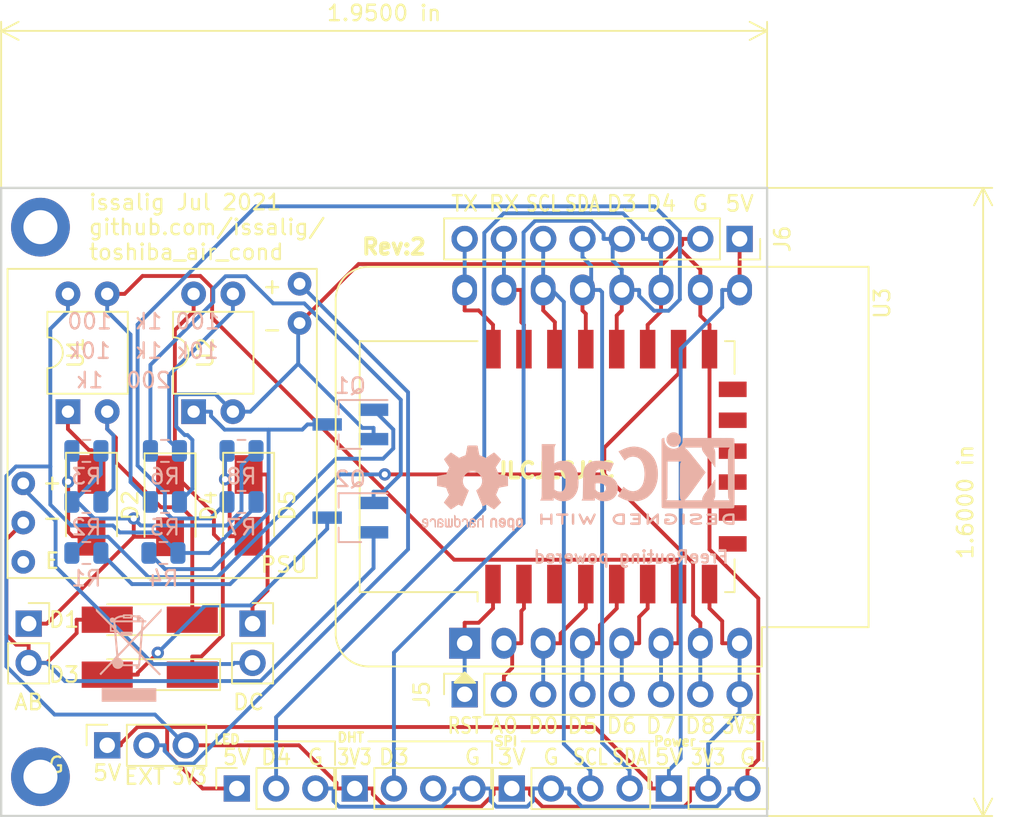
<source format=kicad_pcb>
(kicad_pcb (version 20171130) (host pcbnew 5.1.5+dfsg1-2build2)
  (layers (0 F.Cu signal) (31 B.Cu signal) (34 B.Paste user) (35 F.Paste user hide) (36 B.SilkS user) (37 F.SilkS user) (38 B.Mask user hide) (39 F.Mask user hide) (44 Edge.Cuts user))
  (net 0 "")
  (net 1 B)
  (net 2 "Net-(D1-Pad1)")
  (net 3 "Net-(D2-Pad1)")
  (net 4 "Net-(D2-Pad2)")
  (net 5 "Net-(D3-Pad1)")
  (net 6 "Net-(D3-Pad2)")
  (net 7 A)
  (net 8 "Net-(D5-Pad1)")
  (net 9 "Net-(D5-Pad2)")
  (net 10 3V3)
  (net 11 GND)
  (net 12 SCL)
  (net 13 SDA)
  (net 14 5V)
  (net 15 D3)
  (net 16 ESP_TX)
  (net 17 ESP_RX)
  (net 18 D4)
  (net 19 RST)
  (net 20 A0)
  (net 21 D0)
  (net 22 D5)
  (net 23 D6)
  (net 24 D7)
  (net 25 D8)
  (net 26 "Net-(Q1-Pad2)")
  (net 27 "Net-(Q1-Pad3)")
  (net 28 "Net-(Q2-Pad2)")
  (net 29 "Net-(R6-Pad2)")
  (net 30 "Net-(U4-Pad3)")
  (net 31 "Net-(U4-Pad11)")
  (net 32 "Net-(U4-Pad12)")
  (net 33 "Net-(U4-Pad14)")
  (net 34 "Net-(U4-Pad9)")
  (net 35 "Net-(U4-Pad10)")
  (net 36 "Net-(U4-Pad13)")
  (net 37 "Net-(J2-Pad3)")
  (net 38 "Net-(J11-Pad3)")
  (net 39 "Net-(J11-Pad1)")
  (net 40 PSU_OUT)
  (module Connector_PinSocket_2.54mm:PinSocket_1x03_P2.54mm_Vertical (layer F.Cu) (at 57.658 45.212 90)
    (fp_text reference J9 hide)
    (fp_text value 5V3V)
    (pad 3 thru_hole oval (at 0 5.08 90) (size 1.7 1.7) (drill 1) (layers *.Cu *.Mask) (net 10 3V3))
    (pad 2 thru_hole oval (at 0 2.54 90) (size 1.7 1.7) (drill 1) (layers *.Cu *.Mask) (net 40 PSU_OUT))
    (pad 1 thru_hole rect (at 0 0 90) (size 1.7 1.7) (drill 1) (layers *.Cu *.Mask) (net 14 5V))
  )
  (module airpcb_smd:HW-108 (layer F.Cu) (at 61.214 24.384)
    (fp_text reference J11 hide)
    (fp_text value PSU (at 7.874 9.144) (layer F.SilkS))
    (pad 5 thru_hole circle (at 8.8824 -6.4948) (size 1.524 1.524) (drill 0.762) (layers *.Cu *.Mask) (net 11 GND))
    (pad 4 thru_hole circle (at 8.8824 -9.0348) (size 1.524 1.524) (drill 0.762) (layers *.Cu *.Mask) (net 40 PSU_OUT))
    (pad 3 thru_hole circle (at -8.984 3.8786) (size 1.524 1.524) (drill 0.762) (layers *.Cu *.Mask) (net 38 "Net-(J11-Pad3)"))
    (pad 2 thru_hole circle (at -8.984 6.4186) (size 1.524 1.524) (drill 0.762) (layers *.Cu *.Mask) (net 1 B))
    (pad 1 thru_hole circle (at -8.984 8.9586) (size 1.524 1.524) (drill 0.762) (layers *.Cu *.Mask) (net 39 "Net-(J11-Pad1)"))
  )
  (module MountingHole:MountingHole_2.2mm_M2_DIN965_Pad (layer F.Cu) (at 53.34 11.684 90)
    (fp_text reference M1 hide)
    (fp_text value "")
    (pad 1 thru_hole circle (at 0 0 90) (size 3.8 3.8) (drill 2.2) (layers *.Cu *.Mask))
  )
  (module Symbol:KiCad-Logo2_5mm_SilkScreen (layer B.Cu) (at 91.948 27.94 180)
    (fp_text reference L1 hide)
    (fp_text value KiCad-Logo2_5mm_SilkScreen hide)
  )
  (module Connector_PinSocket_2.54mm:PinSocket_1x08_P2.54mm_Vertical (layer F.Cu) (at 98.552 12.446 270)
    (fp_text reference J6 (at 0 -2.77 90) (layer F.SilkS))
    (fp_text value Conn_01x08)
    (pad 8 thru_hole oval (at 0 17.78 270) (size 1.7 1.7) (drill 1) (layers *.Cu *.Mask) (net 16 ESP_TX))
    (pad 7 thru_hole oval (at 0 15.24 270) (size 1.7 1.7) (drill 1) (layers *.Cu *.Mask) (net 17 ESP_RX))
    (pad 6 thru_hole oval (at 0 12.7 270) (size 1.7 1.7) (drill 1) (layers *.Cu *.Mask) (net 12 SCL))
    (pad 5 thru_hole oval (at 0 10.16 270) (size 1.7 1.7) (drill 1) (layers *.Cu *.Mask) (net 13 SDA))
    (pad 4 thru_hole oval (at 0 7.62 270) (size 1.7 1.7) (drill 1) (layers *.Cu *.Mask) (net 15 D3))
    (pad 3 thru_hole oval (at 0 5.08 270) (size 1.7 1.7) (drill 1) (layers *.Cu *.Mask) (net 18 D4))
    (pad 2 thru_hole oval (at 0 2.54 270) (size 1.7 1.7) (drill 1) (layers *.Cu *.Mask) (net 11 GND))
    (pad 1 thru_hole rect (at 0 0 270) (size 1.7 1.7) (drill 1) (layers *.Cu *.Mask) (net 14 5V))
  )
  (module Connector_PinSocket_2.54mm:PinSocket_1x08_P2.54mm_Vertical (layer F.Cu) (at 80.772 41.91 90)
    (fp_text reference J5 (at 0 -2.77 90) (layer F.SilkS))
    (fp_text value Conn_01x08)
    (pad 8 thru_hole oval (at 0 17.78 90) (size 1.7 1.7) (drill 1) (layers *.Cu *.Mask) (net 10 3V3))
    (pad 7 thru_hole oval (at 0 15.24 90) (size 1.7 1.7) (drill 1) (layers *.Cu *.Mask) (net 25 D8))
    (pad 6 thru_hole oval (at 0 12.7 90) (size 1.7 1.7) (drill 1) (layers *.Cu *.Mask) (net 24 D7))
    (pad 5 thru_hole oval (at 0 10.16 90) (size 1.7 1.7) (drill 1) (layers *.Cu *.Mask) (net 23 D6))
    (pad 4 thru_hole oval (at 0 7.62 90) (size 1.7 1.7) (drill 1) (layers *.Cu *.Mask) (net 22 D5))
    (pad 3 thru_hole oval (at 0 5.08 90) (size 1.7 1.7) (drill 1) (layers *.Cu *.Mask) (net 21 D0))
    (pad 2 thru_hole oval (at 0 2.54 90) (size 1.7 1.7) (drill 1) (layers *.Cu *.Mask) (net 20 A0))
    (pad 1 thru_hole rect (at 0 0 90) (size 1.7 1.7) (drill 1) (layers *.Cu *.Mask) (net 19 RST))
  )
  (module airpcb_smd:SOT-23_Reverse_Handsoldering (layer B.Cu) (at 73.382 30.48 180)
    (fp_text reference Q2 (at 0 2.5) (layer B.SilkS) (effects (justify mirror)))
    (fp_text value PN2222A)
    (pad 3 smd rect (at 1.5 0 180) (size 1.9 0.8) (layers B.Cu B.Paste B.Mask) (net 6 "Net-(D3-Pad2)"))
    (pad 1 smd rect (at -1.5 -0.95 180) (size 1.9 0.8) (layers B.Cu B.Paste B.Mask) (net 1 B))
    (pad 2 smd rect (at -1.5 0.95 180) (size 1.9 0.8) (layers B.Cu B.Paste B.Mask) (net 28 "Net-(Q2-Pad2)"))
  )
  (module airpcb_smd:SOT-23_Reverse_Handsoldering (layer B.Cu) (at 73.382 24.45 180)
    (fp_text reference Q1 (at 0 2.5) (layer B.SilkS) (effects (justify mirror)))
    (fp_text value PN2222A)
    (pad 3 smd rect (at 1.5 0 180) (size 1.9 0.8) (layers B.Cu B.Paste B.Mask) (net 27 "Net-(Q1-Pad3)"))
    (pad 1 smd rect (at -1.5 -0.95 180) (size 1.9 0.8) (layers B.Cu B.Paste B.Mask) (net 11 GND))
    (pad 2 smd rect (at -1.5 0.95 180) (size 1.9 0.8) (layers B.Cu B.Paste B.Mask) (net 26 "Net-(Q1-Pad2)"))
  )
  (module MountingHole:MountingHole_2.2mm_M2_DIN965_Pad (layer F.Cu) (at 53.34 47.244 90)
    (fp_text reference M2 hide)
    (fp_text value "")
    (pad 1 thru_hole circle (at 0 0 90) (size 3.8 3.8) (drill 2.2) (layers *.Cu *.Mask))
  )
  (module Symbol:OSHW-Logo2_7.3x6mm_SilkScreen (layer B.Cu) (at 81.28 28.575 180)
    (fp_text reference L2 hide)
    (fp_text value OSHW-Logo2_7.3x6mm_SilkScreen hide)
  )
  (module Symbol:WEEE-Logo_4.2x6mm_SilkScreen (layer B.Cu) (at 59.055 39.37 180)
    (fp_text reference L3 hide)
    (fp_text value WEEE-Logo_4.2x6mm_SilkScreen hide)
  )
  (module Module:WEMOS_D1_mini_light (layer F.Cu) (at 80.772 38.608 90)
    (fp_text reference U3 (at 22 27 90) (layer F.SilkS))
    (fp_text value WeMos_D1_mini)
    (pad 16 thru_hole oval (at 22.86 0 90) (size 2 1.6) (drill 1) (layers *.Cu *.Mask) (net 16 ESP_TX))
    (pad 15 thru_hole oval (at 22.86 2.54 90) (size 2 1.6) (drill 1) (layers *.Cu *.Mask) (net 17 ESP_RX))
    (pad 14 thru_hole oval (at 22.86 5.08 90) (size 2 1.6) (drill 1) (layers *.Cu *.Mask) (net 12 SCL))
    (pad 13 thru_hole oval (at 22.86 7.62 90) (size 2 1.6) (drill 1) (layers *.Cu *.Mask) (net 13 SDA))
    (pad 12 thru_hole oval (at 22.86 10.16 90) (size 2 1.6) (drill 1) (layers *.Cu *.Mask) (net 15 D3))
    (pad 11 thru_hole oval (at 22.86 12.7 90) (size 2 1.6) (drill 1) (layers *.Cu *.Mask) (net 18 D4))
    (pad 10 thru_hole oval (at 22.86 15.24 90) (size 2 1.6) (drill 1) (layers *.Cu *.Mask) (net 11 GND))
    (pad 9 thru_hole oval (at 22.86 17.78 90) (size 2 1.6) (drill 1) (layers *.Cu *.Mask) (net 14 5V))
    (pad 8 thru_hole oval (at 0 17.78 90) (size 2 1.6) (drill 1) (layers *.Cu *.Mask) (net 10 3V3))
    (pad 7 thru_hole oval (at 0 15.24 90) (size 2 1.6) (drill 1) (layers *.Cu *.Mask) (net 25 D8))
    (pad 6 thru_hole oval (at 0 12.7 90) (size 2 1.6) (drill 1) (layers *.Cu *.Mask) (net 24 D7))
    (pad 5 thru_hole oval (at 0 10.16 90) (size 2 1.6) (drill 1) (layers *.Cu *.Mask) (net 23 D6))
    (pad 4 thru_hole oval (at 0 7.62 90) (size 2 1.6) (drill 1) (layers *.Cu *.Mask) (net 22 D5))
    (pad 3 thru_hole oval (at 0 5.08 90) (size 2 1.6) (drill 1) (layers *.Cu *.Mask) (net 21 D0))
    (pad 1 thru_hole rect (at 0 0 90) (size 2 2) (drill 1) (layers *.Cu *.Mask) (net 19 RST))
    (pad 2 thru_hole oval (at 0 2.54 90) (size 2 1.6) (drill 1) (layers *.Cu *.Mask) (net 20 A0))
  )
  (module RF_Module:ESP-12E (layer F.Cu) (at 86.106 27.178 90)
    (fp_text reference U4 hide)
    (fp_text value ESP-12E)
    (pad 22 smd rect (at 7.6 -3.5 90) (size 2.5 1) (layers F.Cu F.Paste F.Mask) (net 16 ESP_TX))
    (pad 21 smd rect (at 7.6 -1.5 90) (size 2.5 1) (layers F.Cu F.Paste F.Mask) (net 17 ESP_RX))
    (pad 20 smd rect (at 7.6 0.5 90) (size 2.5 1) (layers F.Cu F.Paste F.Mask) (net 12 SCL))
    (pad 19 smd rect (at 7.6 2.5 90) (size 2.5 1) (layers F.Cu F.Paste F.Mask) (net 13 SDA))
    (pad 18 smd rect (at 7.6 4.5 90) (size 2.5 1) (layers F.Cu F.Paste F.Mask) (net 15 D3))
    (pad 17 smd rect (at 7.6 6.5 90) (size 2.5 1) (layers F.Cu F.Paste F.Mask) (net 18 D4))
    (pad 16 smd rect (at 7.6 8.5 90) (size 2.5 1) (layers F.Cu F.Paste F.Mask) (net 25 D8))
    (pad 15 smd rect (at 7.6 10.5 90) (size 2.5 1) (layers F.Cu F.Paste F.Mask) (net 11 GND))
    (pad 14 smd rect (at 5 12 90) (size 1 1.8) (layers F.Cu F.Paste F.Mask) (net 33 "Net-(U4-Pad14)"))
    (pad 13 smd rect (at 3 12 90) (size 1 1.8) (layers F.Cu F.Paste F.Mask) (net 36 "Net-(U4-Pad13)"))
    (pad 12 smd rect (at 1 12 90) (size 1 1.8) (layers F.Cu F.Paste F.Mask) (net 32 "Net-(U4-Pad12)"))
    (pad 11 smd rect (at -1 12 90) (size 1 1.8) (layers F.Cu F.Paste F.Mask) (net 31 "Net-(U4-Pad11)"))
    (pad 10 smd rect (at -3 12 90) (size 1 1.8) (layers F.Cu F.Paste F.Mask) (net 35 "Net-(U4-Pad10)"))
    (pad 9 smd rect (at -5 12 90) (size 1 1.8) (layers F.Cu F.Paste F.Mask) (net 34 "Net-(U4-Pad9)"))
    (pad 8 smd rect (at -7.6 10.5 90) (size 2.5 1) (layers F.Cu F.Paste F.Mask) (net 10 3V3))
    (pad 7 smd rect (at -7.6 8.5 90) (size 2.5 1) (layers F.Cu F.Paste F.Mask) (net 24 D7))
    (pad 6 smd rect (at -7.6 6.5 90) (size 2.5 1) (layers F.Cu F.Paste F.Mask) (net 23 D6))
    (pad 5 smd rect (at -7.6 4.5 90) (size 2.5 1) (layers F.Cu F.Paste F.Mask) (net 22 D5))
    (pad 4 smd rect (at -7.6 2.5 90) (size 2.5 1) (layers F.Cu F.Paste F.Mask) (net 21 D0))
    (pad 3 smd rect (at -7.6 0.5 90) (size 2.5 1) (layers F.Cu F.Paste F.Mask) (net 30 "Net-(U4-Pad3)"))
    (pad 2 smd rect (at -7.6 -1.5 90) (size 2.5 1) (layers F.Cu F.Paste F.Mask) (net 20 A0))
    (pad 1 smd rect (at -7.6 -3.5 90) (size 2.5 1) (layers F.Cu F.Paste F.Mask) (net 19 RST))
  )
  (module Diode_SMD:D_SMA (layer F.Cu) (at 56.642 29.686 270)
    (fp_text reference D2 (at 0 -2.5 90) (layer F.SilkS))
    (fp_text value 1N4001)
    (pad 2 smd rect (at 2 0 270) (size 2.5 1.8) (layers F.Cu F.Paste F.Mask) (net 4 "Net-(D2-Pad2)"))
    (pad 1 smd rect (at -2 0 270) (size 2.5 1.8) (layers F.Cu F.Paste F.Mask) (net 3 "Net-(D2-Pad1)"))
  )
  (module Diode_SMD:D_SMA (layer F.Cu) (at 61.722 29.718 270)
    (fp_text reference D4 (at 0 -2.5 90) (layer F.SilkS))
    (fp_text value 1N4001)
    (pad 1 smd rect (at -2 0 270) (size 2.5 1.8) (layers F.Cu F.Paste F.Mask) (net 5 "Net-(D3-Pad1)"))
    (pad 2 smd rect (at 2 0 270) (size 2.5 1.8) (layers F.Cu F.Paste F.Mask) (net 7 A))
  )
  (module Diode_SMD:D_SMA (layer F.Cu) (at 66.802 29.686 270)
    (fp_text reference D5 (at 0 -2.5 90) (layer F.SilkS))
    (fp_text value 1N4001)
    (pad 1 smd rect (at -2 0 270) (size 2.5 1.8) (layers F.Cu F.Paste F.Mask) (net 8 "Net-(D5-Pad1)"))
    (pad 2 smd rect (at 2 0 270) (size 2.5 1.8) (layers F.Cu F.Paste F.Mask) (net 9 "Net-(D5-Pad2)"))
  )
  (module Connector_PinSocket_2.54mm:PinSocket_1x04_P2.54mm_Vertical (layer F.Cu) (at 83.82 48.006 90)
    (fp_text reference J1 hide)
    (fp_text value SPI)
    (pad 1 thru_hole rect (at 0 0 90) (size 1.7 1.7) (drill 1) (layers *.Cu *.Mask) (net 10 3V3))
    (pad 2 thru_hole oval (at 0 2.54 90) (size 1.7 1.7) (drill 1) (layers *.Cu *.Mask) (net 11 GND))
    (pad 3 thru_hole oval (at 0 5.08 90) (size 1.7 1.7) (drill 1) (layers *.Cu *.Mask) (net 12 SCL))
    (pad 4 thru_hole oval (at 0 7.62 90) (size 1.7 1.7) (drill 1) (layers *.Cu *.Mask) (net 13 SDA))
  )
  (module Connector_PinSocket_2.54mm:PinSocket_1x04_P2.54mm_Vertical (layer F.Cu) (at 73.66 48.006 90)
    (fp_text reference J2 hide)
    (fp_text value DHT)
    (pad 4 thru_hole oval (at 0 7.62 90) (size 1.7 1.7) (drill 1) (layers *.Cu *.Mask) (net 11 GND))
    (pad 3 thru_hole oval (at 0 5.08 90) (size 1.7 1.7) (drill 1) (layers *.Cu *.Mask) (net 37 "Net-(J2-Pad3)"))
    (pad 2 thru_hole oval (at 0 2.54 90) (size 1.7 1.7) (drill 1) (layers *.Cu *.Mask) (net 15 D3))
    (pad 1 thru_hole rect (at 0 0 90) (size 1.7 1.7) (drill 1) (layers *.Cu *.Mask) (net 10 3V3))
  )
  (module Connector_PinSocket_2.54mm:PinSocket_1x02_P2.54mm_Vertical (layer F.Cu) (at 67.056 37.338)
    (fp_text reference J3 hide)
    (fp_text value DC (at -0.254 5.08) (layer F.SilkS))
    (pad 1 thru_hole rect (at 0 0) (size 1.7 1.7) (drill 1) (layers *.Cu *.Mask) (net 8 "Net-(D5-Pad1)"))
    (pad 2 thru_hole oval (at 0 2.54) (size 1.7 1.7) (drill 1) (layers *.Cu *.Mask) (net 38 "Net-(J11-Pad3)"))
  )
  (module Connector_PinSocket_2.54mm:PinSocket_1x02_P2.54mm_Vertical (layer F.Cu) (at 52.578 37.338)
    (fp_text reference J4 hide)
    (fp_text value AB (at 0 5.08) (layer F.SilkS))
    (pad 2 thru_hole oval (at 0 2.54) (size 1.7 1.7) (drill 1) (layers *.Cu *.Mask) (net 1 B))
    (pad 1 thru_hole rect (at 0 0) (size 1.7 1.7) (drill 1) (layers *.Cu *.Mask) (net 7 A))
  )
  (module Connector_PinSocket_2.54mm:PinSocket_1x03_P2.54mm_Vertical (layer F.Cu) (at 93.98 48.006 90)
    (fp_text reference J7 hide)
    (fp_text value PWR)
    (pad 1 thru_hole rect (at 0 0 90) (size 1.7 1.7) (drill 1) (layers *.Cu *.Mask) (net 14 5V))
    (pad 2 thru_hole oval (at 0 2.54 90) (size 1.7 1.7) (drill 1) (layers *.Cu *.Mask) (net 10 3V3))
    (pad 3 thru_hole oval (at 0 5.08 90) (size 1.7 1.7) (drill 1) (layers *.Cu *.Mask) (net 11 GND))
  )
  (module Connector_PinSocket_2.54mm:PinSocket_1x03_P2.54mm_Vertical (layer F.Cu) (at 66.04 48.006 90)
    (fp_text reference J8 hide)
    (fp_text value WS2812)
    (pad 3 thru_hole oval (at 0 5.08 90) (size 1.7 1.7) (drill 1) (layers *.Cu *.Mask) (net 11 GND))
    (pad 2 thru_hole oval (at 0 2.54 90) (size 1.7 1.7) (drill 1) (layers *.Cu *.Mask) (net 18 D4))
    (pad 1 thru_hole rect (at 0 0 90) (size 1.7 1.7) (drill 1) (layers *.Cu *.Mask) (net 14 5V))
  )
  (module Resistor_SMD:R_0805_2012Metric (layer B.Cu) (at 56.3095 32.766)
    (fp_text reference R1 (at 0 1.65) (layer B.SilkS) (effects (justify mirror)))
    (fp_text value 1k (at 0.2055 -11.176) (layer B.SilkS) (effects (justify mirror)))
    (pad 2 smd roundrect (at 0.9375 0) (size 0.975 1.4) (layers B.Cu B.Paste B.Mask) (net 25 D8))
    (pad 1 smd roundrect (at -0.9375 0) (size 0.975 1.4) (layers B.Cu B.Paste B.Mask) (net 26 "Net-(Q1-Pad2)"))
  )
  (module Resistor_SMD:R_0805_2012Metric (layer B.Cu) (at 56.3095 29.464)
    (fp_text reference R2 (at 0 1.65) (layer B.SilkS) (effects (justify mirror)))
    (fp_text value 10k (at 0.2055 -9.779) (layer B.SilkS) (effects (justify mirror)))
    (pad 1 smd roundrect (at -0.9375 0) (size 0.975 1.4) (layers B.Cu B.Paste B.Mask) (net 7 A))
    (pad 2 smd roundrect (at 0.9375 0) (size 0.975 1.4) (layers B.Cu B.Paste B.Mask) (net 2 "Net-(D1-Pad1)"))
  )
  (module Resistor_SMD:R_0805_2012Metric (layer B.Cu) (at 56.3095 26.162)
    (fp_text reference R3 (at 0 1.65) (layer B.SilkS) (effects (justify mirror)))
    (fp_text value 100 (at 0.2055 -8.382) (layer B.SilkS) (effects (justify mirror)))
    (pad 1 smd roundrect (at -0.9375 0) (size 0.975 1.4) (layers B.Cu B.Paste B.Mask) (net 4 "Net-(D2-Pad2)"))
    (pad 2 smd roundrect (at 0.9375 0) (size 0.975 1.4) (layers B.Cu B.Paste B.Mask) (net 7 A))
  )
  (module Resistor_SMD:R_0805_2012Metric (layer B.Cu) (at 61.2925 32.766)
    (fp_text reference R4 (at 0 1.65) (layer B.SilkS) (effects (justify mirror)))
    (fp_text value 200 (at -0.9675 -11.176) (layer B.SilkS) (effects (justify mirror)))
    (pad 2 smd roundrect (at 0.9375 0) (size 0.975 1.4) (layers B.Cu B.Paste B.Mask) (net 10 3V3))
    (pad 1 smd roundrect (at -0.9375 0) (size 0.975 1.4) (layers B.Cu B.Paste B.Mask) (net 27 "Net-(Q1-Pad3)"))
  )
  (module Resistor_SMD:R_0805_2012Metric (layer B.Cu) (at 61.3895 29.464)
    (fp_text reference R5 (at 0 1.65) (layer B.SilkS) (effects (justify mirror)))
    (fp_text value 1k (at -1.0645 -9.779) (layer B.SilkS) (effects (justify mirror)))
    (pad 2 smd roundrect (at 0.9375 0) (size 0.975 1.4) (layers B.Cu B.Paste B.Mask) (net 11 GND))
    (pad 1 smd roundrect (at -0.9375 0) (size 0.975 1.4) (layers B.Cu B.Paste B.Mask) (net 24 D7))
  )
  (module Resistor_SMD:R_0805_2012Metric (layer B.Cu) (at 61.3895 26.162)
    (fp_text reference R6 (at 0 1.65) (layer B.SilkS) (effects (justify mirror)))
    (fp_text value 1k (at -1.0645 -8.382) (layer B.SilkS) (effects (justify mirror)))
    (pad 1 smd roundrect (at -0.9375 0) (size 0.975 1.4) (layers B.Cu B.Paste B.Mask) (net 28 "Net-(Q2-Pad2)"))
    (pad 2 smd roundrect (at 0.9375 0) (size 0.975 1.4) (layers B.Cu B.Paste B.Mask) (net 29 "Net-(R6-Pad2)"))
  )
  (module Resistor_SMD:R_0805_2012Metric (layer B.Cu) (at 66.3425 29.464)
    (fp_text reference R7 (at 0 1.65) (layer B.SilkS) (effects (justify mirror)))
    (fp_text value 10k (at -2.8425 -9.779) (layer B.SilkS) (effects (justify mirror)))
    (pad 1 smd roundrect (at -0.9375 0) (size 0.975 1.4) (layers B.Cu B.Paste B.Mask) (net 15 D3))
    (pad 2 smd roundrect (at 0.9375 0) (size 0.975 1.4) (layers B.Cu B.Paste B.Mask) (net 10 3V3))
  )
  (module Resistor_SMD:R_0805_2012Metric (layer B.Cu) (at 66.3425 26.162)
    (fp_text reference R8 (at 0 1.65) (layer B.SilkS) (effects (justify mirror)))
    (fp_text value 100 (at -2.8425 -8.382) (layer B.SilkS) (effects (justify mirror)))
    (pad 2 smd roundrect (at 0.9375 0) (size 0.975 1.4) (layers B.Cu B.Paste B.Mask) (net 7 A))
    (pad 1 smd roundrect (at -0.9375 0) (size 0.975 1.4) (layers B.Cu B.Paste B.Mask) (net 9 "Net-(D5-Pad2)"))
  )
  (module Package_DIP:DIP-4_W7.62mm (layer F.Cu) (at 55.118 23.622 90)
    (fp_text reference U1 (at 3.81 0.508 90) (layer F.SilkS))
    (fp_text value PC817)
    (pad 1 thru_hole rect (at 0 0 90) (size 1.6 1.6) (drill 0.8) (layers *.Cu *.Mask) (net 3 "Net-(D2-Pad1)"))
    (pad 3 thru_hole oval (at 7.62 2.54 90) (size 1.6 1.6) (drill 0.8) (layers *.Cu *.Mask) (net 24 D7))
    (pad 2 thru_hole oval (at 0 2.54 90) (size 1.6 1.6) (drill 0.8) (layers *.Cu *.Mask) (net 2 "Net-(D1-Pad1)"))
    (pad 4 thru_hole oval (at 7.62 0 90) (size 1.6 1.6) (drill 0.8) (layers *.Cu *.Mask) (net 10 3V3))
  )
  (module Package_DIP:DIP-4_W7.62mm (layer F.Cu) (at 63.246 23.622 90)
    (fp_text reference U2 (at 3.81 0.762 90) (layer F.SilkS))
    (fp_text value PC817)
    (pad 4 thru_hole oval (at 7.62 0 90) (size 1.6 1.6) (drill 0.8) (layers *.Cu *.Mask) (net 5 "Net-(D3-Pad1)"))
    (pad 2 thru_hole oval (at 0 2.54 90) (size 1.6 1.6) (drill 0.8) (layers *.Cu *.Mask) (net 11 GND))
    (pad 3 thru_hole oval (at 7.62 2.54 90) (size 1.6 1.6) (drill 0.8) (layers *.Cu *.Mask) (net 29 "Net-(R6-Pad2)"))
    (pad 1 thru_hole rect (at 0 0 90) (size 1.6 1.6) (drill 0.8) (layers *.Cu *.Mask) (net 27 "Net-(Q1-Pad3)"))
  )
  (module Diode_SMD:D_MiniMELF_Handsoldering (layer F.Cu) (at 60.408 37.084 180)
    (fp_text reference D1 (at 5.544 0) (layer F.SilkS))
    (fp_text value 13)
    (pad 2 smd rect (at 2.75 0 180) (size 3.3 1.7) (layers F.Cu F.Paste F.Mask) (net 1 B))
    (pad 1 smd rect (at -2.75 0 180) (size 3.3 1.7) (layers F.Cu F.Paste F.Mask) (net 2 "Net-(D1-Pad1)"))
  )
  (module Diode_SMD:D_MiniMELF_Handsoldering (layer F.Cu) (at 60.408 40.64 180)
    (fp_text reference D3 (at 5.544 0) (layer F.SilkS))
    (fp_text value 13)
    (pad 1 smd rect (at -2.75 0 180) (size 3.3 1.7) (layers F.Cu F.Paste F.Mask) (net 5 "Net-(D3-Pad1)"))
    (pad 2 smd rect (at 2.75 0 180) (size 3.3 1.7) (layers F.Cu F.Paste F.Mask) (net 6 "Net-(D3-Pad2)"))
  )
  (gr_text EXT (at 60.071 47.244) (layer F.SilkS) (effects (font (size 1 1))))
  (gr_line (start 72.39 44.958) (end 66.548 44.958) (layer F.SilkS) (width 0.12))
  (gr_line (start 72.39 46.482) (end 72.39 44.958) (layer F.SilkS) (width 0.12))
  (gr_line (start 82.55 44.958) (end 74.549 44.958) (layer F.SilkS) (width 0.12))
  (gr_line (start 82.55 46.355) (end 82.55 44.958) (layer F.SilkS) (width 0.12))
  (gr_line (start 92.71 44.958) (end 92.964 44.958) (layer F.SilkS) (width 0.12))
  (gr_line (start 92.71 44.958) (end 92.71 46.355) (layer F.SilkS) (width 0.12))
  (gr_line (start 92.202 44.958) (end 92.71 44.958) (layer F.SilkS) (width 0.12))
  (gr_line (start 100.076 44.958) (end 100.076 46.228) (layer F.SilkS) (width 0.12))
  (gr_line (start 96.012 44.958) (end 100.076 44.958) (layer F.SilkS) (width 0.12))
  (gr_line (start 84.455 44.958) (end 92.202 44.958) (layer F.SilkS) (width 0.12))
  (gr_text Power (at 94.361 44.958) (layer F.SilkS) (effects (font (size 0.6 0.6))))
  (gr_text SPI (at 83.439 44.958) (layer F.SilkS) (effects (font (size 0.6 0.6))))
  (gr_text LED (at 65.405 44.831) (layer F.SilkS) (effects (font (size 0.6 0.6))))
  (gr_text DHT (at 73.406 44.704) (layer F.SilkS) (effects (font (size 0.6 0.6))))
  (gr_text 5V (at 57.658 46.99) (layer F.SilkS) (effects (font (size 1 1))))
  (gr_text 3V3 (at 62.992 47.244) (layer F.SilkS) (effects (font (size 1 0.8))))
  (gr_text G (at 54.356 46.482) (layer F.SilkS) (effects (font (size 1 1))))
  (gr_text E (at 54.102 33.274) (layer F.SilkS) (effects (font (size 1 1))))
  (gr_text 5V (at 98.552 10.16) (layer F.SilkS) (effects (font (size 1 1))))
  (gr_text TX (at 80.772 10.16) (layer F.SilkS) (effects (font (size 1 1))))
  (gr_text RX (at 83.312 10.16) (layer F.SilkS) (effects (font (size 1 1))))
  (gr_text SCL (at 85.852 10.16) (layer F.SilkS) (effects (font (size 1 0.8))))
  (gr_text SDA (at 88.392 10.16) (layer F.SilkS) (effects (font (size 1 0.8))))
  (gr_text D3 (at 90.932 10.16) (layer F.SilkS) (effects (font (size 1 1))))
  (gr_text D4 (at 93.472 10.16) (layer F.SilkS) (effects (font (size 1 1))))
  (gr_text G (at 96.012 10.16) (layer F.SilkS) (effects (font (size 1 1))))
  (gr_text RST (at 80.772 43.942) (layer F.SilkS) (effects (font (size 1 0.8))))
  (gr_text A0 (at 83.312 43.942) (layer F.SilkS) (effects (font (size 1 1))))
  (gr_text D0 (at 85.852 43.942) (layer F.SilkS) (effects (font (size 1 1))))
  (gr_text D5 (at 88.392 43.942) (layer F.SilkS) (effects (font (size 1 1))))
  (gr_text D6 (at 90.932 43.942) (layer F.SilkS) (effects (font (size 1 1))))
  (gr_text D7 (at 93.472 43.942) (layer F.SilkS) (effects (font (size 1 1))))
  (gr_text D8 (at 96.012 43.942) (layer F.SilkS) (effects (font (size 1 1))))
  (gr_text 3V3 (at 98.552 43.942) (layer F.SilkS) (effects (font (size 1 0.8))))
  (gr_text JLCJLCJLC (at 86.614 27.432) (layer F.SilkS) (effects (font (size 1 1) (thickness 0.25))))
  (gr_text Rev:2 (at 76.2 12.954) (layer F.SilkS) (effects (font (size 1 1) (thickness 0.25))))
  (gr_text + (at 68.326 15.494) (layer F.SilkS) (effects (font (size 1 1))))
  (gr_text - (at 68.326 18.288) (layer F.SilkS) (effects (font (size 1 1))))
  (gr_text + (at 54.102 28.194) (layer F.SilkS) (effects (font (size 1 1))))
  (gr_text - (at 54.102 30.48) (layer F.SilkS) (effects (font (size 1 1))))
  (gr_text D3 (at 76.2 45.974) (layer F.SilkS) (effects (font (size 1 1))))
  (gr_text 3V3 (at 96.52 45.974) (layer F.SilkS) (effects (font (size 1 0.8))))
  (gr_text 5V (at 93.98 45.974) (layer F.SilkS) (effects (font (size 1 1))))
  (gr_text SCL (at 88.9 45.974) (layer F.SilkS) (effects (font (size 1 0.8))))
  (gr_text 3V (at 83.82 45.974) (layer F.SilkS) (effects (font (size 1 1))))
  (gr_text G (at 86.36 45.974) (layer F.SilkS) (effects (font (size 1 1))))
  (gr_text D4 (at 68.58 45.974) (layer F.SilkS) (effects (font (size 1 1))))
  (gr_text 3V3 (at 73.66 45.974) (layer F.SilkS) (effects (font (size 1 0.8))))
  (gr_text 5V (at 66.04 45.974) (layer F.SilkS) (effects (font (size 1 1))))
  (gr_text G (at 71.12 45.974) (layer F.SilkS) (effects (font (size 1 1))))
  (gr_text G (at 81.28 45.974) (layer F.SilkS) (effects (font (size 1 1))))
  (gr_text SDA (at 91.44 45.974) (layer F.SilkS) (effects (font (size 1 0.8))))
  (dimension 40.64 (width 0.12) (layer F.SilkS) (gr_text "40,640 mm" (at 115.57 29.464 270) (layer F.SilkS) (effects (font (size 1 1) (thickness 0.15)))) (feature1 (pts (xy 100.33 49.784) (xy 114.886421 49.784))) (feature2 (pts (xy 100.33 9.144) (xy 114.886421 9.144))) (crossbar (pts (xy 114.3 9.144) (xy 114.3 49.784))) (arrow1a (pts (xy 114.3 49.784) (xy 113.713579 48.657496))) (arrow1b (pts (xy 114.3 49.784) (xy 114.886421 48.657496))) (arrow2a (pts (xy 114.3 9.144) (xy 113.713579 10.270504))) (arrow2b (pts (xy 114.3 9.144) (xy 114.886421 10.270504))))
  (dimension 49.53 (width 0.12) (layer F.SilkS) (gr_text "49,530 mm" (at 75.565 -2.286) (layer F.SilkS) (effects (font (size 1 1) (thickness 0.15)))) (feature1 (pts (xy 100.33 9.144) (xy 100.33 -1.602421))) (feature2 (pts (xy 50.8 9.144) (xy 50.8 -1.602421))) (crossbar (pts (xy 50.8 -1.016) (xy 100.33 -1.016))) (arrow1a (pts (xy 100.33 -1.016) (xy 99.203496 -0.429579))) (arrow1b (pts (xy 100.33 -1.016) (xy 99.203496 -1.602421))) (arrow2a (pts (xy 50.8 -1.016) (xy 51.926504 -0.429579))) (arrow2b (pts (xy 50.8 -1.016) (xy 51.926504 -1.602421))))
  (gr_text G (at 99.06 45.974) (layer F.SilkS) (effects (font (size 1 1))))
  (gr_text "\nFreeRouting powered" (at 97.917 32.385) (layer B.SilkS) (effects (font (size 0.8 0.8)) (justify left mirror)))
  (gr_text "issalig Jul 2021\ngithub.com/issalig/\ntoshiba_air_cond" (at 56.388 11.684) (layer F.SilkS) (effects (font (size 1 1)) (justify left)))
  (gr_line (start 50.8 9.144) (end 100.33 9.144) (layer Edge.Cuts) (width 0.15))
  (gr_line (start 50.8 49.784) (end 50.8 9.144) (layer Edge.Cuts) (width 0.15))
  (gr_line (start 100.33 49.784) (end 50.8 49.784) (layer Edge.Cuts) (width 0.15))
  (gr_line (start 100.33 9.144) (end 100.33 49.784) (layer Edge.Cuts) (width 0.15))
  (segment (start 52.578 39.878) (end 53.7533 39.878) (width 0.25) (layer B.Cu) (net 1))
  (segment (start 74.882 31.43) (end 74.882 33.7493) (width 0.25) (layer B.Cu) (net 1))
  (segment (start 74.882 33.7493) (end 67.578 41.0533) (width 0.25) (layer B.Cu) (net 1))
  (segment (start 67.578 41.0533) (end 54.9286 41.0533) (width 0.25) (layer B.Cu) (net 1))
  (segment (start 54.9286 41.0533) (end 53.7533 39.878) (width 0.25) (layer B.Cu) (net 1))
  (segment (start 52.578 39.878) (end 52.578 38.7027) (width 0.25) (layer F.Cu) (net 1))
  (segment (start 52.578 38.7027) (end 51.77 38.7027) (width 0.25) (layer F.Cu) (net 1))
  (segment (start 51.77 38.7027) (end 51.1354 38.0681) (width 0.25) (layer F.Cu) (net 1))
  (segment (start 51.1354 38.0681) (end 51.1354 31.8972) (width 0.25) (layer F.Cu) (net 1))
  (segment (start 51.1354 31.8972) (end 52.23 30.8026) (width 0.25) (layer F.Cu) (net 1))
  (segment (start 53.1657 39.878) (end 52.578 39.878) (width 0.25) (layer F.Cu) (net 1))
  (segment (start 53.1657 39.878) (end 53.7533 39.878) (width 0.25) (layer F.Cu) (net 1))
  (segment (start 57.658 37.084) (end 55.6827 37.084) (width 0.25) (layer F.Cu) (net 1))
  (segment (start 55.6827 37.084) (end 55.6827 37.9486) (width 0.25) (layer F.Cu) (net 1))
  (segment (start 55.6827 37.9486) (end 53.7533 39.878) (width 0.25) (layer F.Cu) (net 1))
  (segment (start 57.658 23.622) (end 57.658 24.7473) (width 0.25) (layer F.Cu) (net 2))
  (segment (start 63.158 37.084) (end 63.158 30.5065) (width 0.25) (layer F.Cu) (net 2))
  (segment (start 63.158 30.5065) (end 62.4619 29.8104) (width 0.25) (layer F.Cu) (net 2))
  (segment (start 62.4619 29.8104) (end 61.14 29.8104) (width 0.25) (layer F.Cu) (net 2))
  (segment (start 61.14 29.8104) (end 58.2196 26.89) (width 0.25) (layer F.Cu) (net 2))
  (segment (start 58.2196 26.89) (end 58.2196 25.3089) (width 0.25) (layer F.Cu) (net 2))
  (segment (start 58.2196 25.3089) (end 57.658 24.7473) (width 0.25) (layer F.Cu) (net 2))
  (segment (start 57.658 23.622) (end 57.658 24.7473) (width 0.25) (layer B.Cu) (net 2))
  (segment (start 57.658 24.7473) (end 58.0636 25.1529) (width 0.25) (layer B.Cu) (net 2))
  (segment (start 58.0636 25.1529) (end 58.0636 28.6474) (width 0.25) (layer B.Cu) (net 2))
  (segment (start 58.0636 28.6474) (end 57.247 29.464) (width 0.25) (layer B.Cu) (net 2))
  (segment (start 56.642 27.686) (end 56.642 26.1107) (width 0.25) (layer F.Cu) (net 3))
  (segment (start 55.118 23.622) (end 55.118 24.7473) (width 0.25) (layer F.Cu) (net 3))
  (segment (start 55.118 24.7473) (end 56.4814 26.1107) (width 0.25) (layer F.Cu) (net 3))
  (segment (start 56.4814 26.1107) (end 56.642 26.1107) (width 0.25) (layer F.Cu) (net 3))
  (segment (start 55.1337 28.1559) (end 55.1337 31.403) (width 0.25) (layer F.Cu) (net 4))
  (segment (start 55.1337 31.403) (end 55.4167 31.686) (width 0.25) (layer F.Cu) (net 4))
  (segment (start 55.372 26.162) (end 55.1337 26.4003) (width 0.25) (layer B.Cu) (net 4))
  (segment (start 55.1337 26.4003) (end 55.1337 28.1559) (width 0.25) (layer B.Cu) (net 4))
  (segment (start 56.642 31.686) (end 55.4167 31.686) (width 0.25) (layer F.Cu) (net 4))
  (via (at 55.1337 28.1559) (size 0.8) (layers F.Cu B.Cu) (net 4))
  (segment (start 63.158 40.64) (end 63.158 39.4647) (width 0.25) (layer F.Cu) (net 5))
  (segment (start 63.158 39.4647) (end 63.7456 39.4647) (width 0.25) (layer F.Cu) (net 5))
  (segment (start 63.7456 39.4647) (end 65.1334 38.0769) (width 0.25) (layer F.Cu) (net 5))
  (segment (start 65.1334 38.0769) (end 65.1334 32.1361) (width 0.25) (layer F.Cu) (net 5))
  (segment (start 65.1334 32.1361) (end 64.5566 31.5593) (width 0.25) (layer F.Cu) (net 5))
  (segment (start 64.5566 31.5593) (end 64.5566 30.2406) (width 0.25) (layer F.Cu) (net 5))
  (segment (start 64.5566 30.2406) (end 62.034 27.718) (width 0.25) (layer F.Cu) (net 5))
  (segment (start 63.246 16.002) (end 63.246 17.1273) (width 0.25) (layer F.Cu) (net 5))
  (segment (start 62.034 27.718) (end 62.034 18.3393) (width 0.25) (layer F.Cu) (net 5))
  (segment (start 62.034 18.3393) (end 63.246 17.1273) (width 0.25) (layer F.Cu) (net 5))
  (segment (start 61.722 27.718) (end 62.034 27.718) (width 0.25) (layer F.Cu) (net 5))
  (segment (start 71.882 30.48) (end 71.882 31.2053) (width 0.25) (layer B.Cu) (net 6))
  (segment (start 57.658 40.64) (end 59.6333 40.64) (width 0.25) (layer F.Cu) (net 6))
  (segment (start 60.928 39.2272) (end 63.9926 36.1626) (width 0.25) (layer B.Cu) (net 6))
  (segment (start 63.9926 36.1626) (end 66.9247 36.1626) (width 0.25) (layer B.Cu) (net 6))
  (segment (start 66.9247 36.1626) (end 71.882 31.2053) (width 0.25) (layer B.Cu) (net 6))
  (segment (start 59.6333 40.64) (end 59.6333 40.5219) (width 0.25) (layer F.Cu) (net 6))
  (segment (start 59.6333 40.5219) (end 60.928 39.2272) (width 0.25) (layer F.Cu) (net 6))
  (via (at 60.928 39.2272) (size 0.8) (layers F.Cu B.Cu) (net 6))
  (segment (start 67.28 26.162) (end 66.3425 27.0995) (width 0.25) (layer B.Cu) (net 7))
  (segment (start 66.3425 27.0995) (end 66.3425 30.0416) (width 0.25) (layer B.Cu) (net 7))
  (segment (start 66.3425 30.0416) (end 65.398 30.9861) (width 0.25) (layer B.Cu) (net 7))
  (segment (start 65.398 30.9861) (end 59.8236 30.9861) (width 0.25) (layer B.Cu) (net 7))
  (segment (start 59.8236 30.9861) (end 59.3733 30.5358) (width 0.25) (layer B.Cu) (net 7))
  (segment (start 59.3733 31.718) (end 59.3733 30.5358) (width 0.25) (layer F.Cu) (net 7))
  (segment (start 55.5908 29.3165) (end 55.4433 29.464) (width 0.25) (layer B.Cu) (net 7))
  (segment (start 55.4433 29.464) (end 55.372 29.464) (width 0.25) (layer B.Cu) (net 7))
  (segment (start 57.247 26.162) (end 57.247 27.6603) (width 0.25) (layer B.Cu) (net 7))
  (segment (start 57.247 27.6603) (end 55.5908 29.3165) (width 0.25) (layer B.Cu) (net 7))
  (segment (start 59.3733 30.5358) (end 56.81 30.5358) (width 0.25) (layer B.Cu) (net 7))
  (segment (start 56.81 30.5358) (end 55.5908 29.3165) (width 0.25) (layer B.Cu) (net 7))
  (segment (start 59.3733 31.718) (end 53.7533 37.338) (width 0.25) (layer F.Cu) (net 7))
  (segment (start 61.722 31.718) (end 59.3733 31.718) (width 0.25) (layer F.Cu) (net 7))
  (segment (start 52.578 37.338) (end 53.7533 37.338) (width 0.25) (layer F.Cu) (net 7))
  (via (at 59.3733 30.5358) (size 0.8) (layers F.Cu B.Cu) (net 7))
  (segment (start 67.056 36.1627) (end 68.0273 35.1914) (width 0.25) (layer F.Cu) (net 8))
  (segment (start 68.0273 35.1914) (end 68.0273 27.686) (width 0.25) (layer F.Cu) (net 8))
  (segment (start 66.802 27.686) (end 68.0273 27.686) (width 0.25) (layer F.Cu) (net 8))
  (segment (start 67.056 37.338) (end 67.056 36.1627) (width 0.25) (layer F.Cu) (net 8))
  (segment (start 65.5767 31.686) (end 65.5767 28.2926) (width 0.25) (layer F.Cu) (net 9))
  (segment (start 65.5767 28.2926) (end 65.282 27.9979) (width 0.25) (layer F.Cu) (net 9))
  (segment (start 65.405 26.162) (end 65.282 26.285) (width 0.25) (layer B.Cu) (net 9))
  (segment (start 65.282 26.285) (end 65.282 27.9979) (width 0.25) (layer B.Cu) (net 9))
  (segment (start 66.802 31.686) (end 65.5767 31.686) (width 0.25) (layer F.Cu) (net 9))
  (via (at 65.282 27.9979) (size 0.8) (layers F.Cu B.Cu) (net 9))
  (segment (start 73.66 48.006) (end 72.4847 48.006) (width 0.25) (layer F.Cu) (net 10))
  (segment (start 62.738 45.212) (end 70.058 45.212) (width 0.25) (layer F.Cu) (net 10))
  (segment (start 70.058 45.212) (end 72.4847 47.6387) (width 0.25) (layer F.Cu) (net 10))
  (segment (start 72.4847 47.6387) (end 72.4847 48.006) (width 0.25) (layer F.Cu) (net 10))
  (segment (start 83.82 48.006) (end 82.6447 48.006) (width 0.25) (layer F.Cu) (net 10))
  (segment (start 73.66 48.006) (end 74.8353 48.006) (width 0.25) (layer F.Cu) (net 10))
  (segment (start 74.8353 48.006) (end 74.8353 48.3733) (width 0.25) (layer F.Cu) (net 10))
  (segment (start 74.8353 48.3733) (end 75.6433 49.1813) (width 0.25) (layer F.Cu) (net 10))
  (segment (start 75.6433 49.1813) (end 81.8368 49.1813) (width 0.25) (layer F.Cu) (net 10))
  (segment (start 81.8368 49.1813) (end 82.6447 48.3734) (width 0.25) (layer F.Cu) (net 10))
  (segment (start 82.6447 48.3734) (end 82.6447 48.006) (width 0.25) (layer F.Cu) (net 10))
  (segment (start 67.28 29.464) (end 67.28 29.741) (width 0.25) (layer B.Cu) (net 10))
  (segment (start 67.28 29.741) (end 64.255 32.766) (width 0.25) (layer B.Cu) (net 10))
  (segment (start 64.255 32.766) (end 62.23 32.766) (width 0.25) (layer B.Cu) (net 10))
  (segment (start 53.9797 27.1688) (end 53.9797 29.6407) (width 0.25) (layer B.Cu) (net 10))
  (segment (start 53.9797 29.6407) (end 55.3253 30.9863) (width 0.25) (layer B.Cu) (net 10))
  (segment (start 55.3253 30.9863) (end 58.0224 30.9863) (width 0.25) (layer B.Cu) (net 10))
  (segment (start 58.0224 30.9863) (end 58.4726 31.4365) (width 0.25) (layer B.Cu) (net 10))
  (segment (start 58.4726 31.4365) (end 60.9005 31.4365) (width 0.25) (layer B.Cu) (net 10))
  (segment (start 60.9005 31.4365) (end 62.23 32.766) (width 0.25) (layer B.Cu) (net 10))
  (segment (start 55.118 17.1273) (end 53.9797 18.2656) (width 0.25) (layer B.Cu) (net 10))
  (segment (start 53.9797 18.2656) (end 53.9797 27.1688) (width 0.25) (layer B.Cu) (net 10))
  (segment (start 53.9797 27.1688) (end 51.7576 27.1688) (width 0.25) (layer B.Cu) (net 10))
  (segment (start 51.7576 27.1688) (end 51.1354 27.791) (width 0.25) (layer B.Cu) (net 10))
  (segment (start 51.1354 27.791) (end 51.1354 40.1025) (width 0.25) (layer B.Cu) (net 10))
  (segment (start 51.1354 40.1025) (end 54.2543 43.2214) (width 0.25) (layer B.Cu) (net 10))
  (segment (start 54.2543 43.2214) (end 60.7474 43.2214) (width 0.25) (layer B.Cu) (net 10))
  (segment (start 60.7474 43.2214) (end 62.738 45.212) (width 0.25) (layer B.Cu) (net 10))
  (segment (start 55.118 16.002) (end 55.118 17.1273) (width 0.25) (layer B.Cu) (net 10))
  (segment (start 96.606 34.778) (end 96.606 36.3533) (width 0.25) (layer F.Cu) (net 10))
  (segment (start 98.552 38.608) (end 97.4267 38.608) (width 0.25) (layer F.Cu) (net 10))
  (segment (start 97.4267 38.608) (end 97.4267 37.174) (width 0.25) (layer F.Cu) (net 10))
  (segment (start 97.4267 37.174) (end 96.606 36.3533) (width 0.25) (layer F.Cu) (net 10))
  (segment (start 83.82 48.006) (end 84.9953 48.006) (width 0.25) (layer F.Cu) (net 10))
  (segment (start 96.52 48.006) (end 95.3447 48.006) (width 0.25) (layer F.Cu) (net 10))
  (segment (start 95.3447 48.006) (end 95.3447 48.814) (width 0.25) (layer F.Cu) (net 10))
  (segment (start 95.3447 48.814) (end 94.9774 49.1813) (width 0.25) (layer F.Cu) (net 10))
  (segment (start 94.9774 49.1813) (end 85.8032 49.1813) (width 0.25) (layer F.Cu) (net 10))
  (segment (start 85.8032 49.1813) (end 84.9953 48.3734) (width 0.25) (layer F.Cu) (net 10))
  (segment (start 84.9953 48.3734) (end 84.9953 48.006) (width 0.25) (layer F.Cu) (net 10))
  (segment (start 98.552 41.91) (end 98.552 43.0853) (width 0.25) (layer B.Cu) (net 10))
  (segment (start 96.52 48.006) (end 96.52 45.1173) (width 0.25) (layer B.Cu) (net 10))
  (segment (start 96.52 45.1173) (end 98.552 43.0853) (width 0.25) (layer B.Cu) (net 10))
  (segment (start 98.552 38.608) (end 98.552 41.91) (width 0.25) (layer B.Cu) (net 10))
  (segment (start 62.327 29.464) (end 63.1651 28.6259) (width 0.25) (layer B.Cu) (net 11))
  (segment (start 63.1651 28.6259) (end 63.1651 25.4507) (width 0.25) (layer B.Cu) (net 11))
  (segment (start 63.1651 25.4507) (end 62.8501 25.1357) (width 0.25) (layer B.Cu) (net 11))
  (segment (start 62.8501 25.1357) (end 62.6676 25.1357) (width 0.25) (layer B.Cu) (net 11))
  (segment (start 62.6676 25.1357) (end 62.1206 24.5887) (width 0.25) (layer B.Cu) (net 11))
  (segment (start 62.1206 24.5887) (end 62.1206 22.6232) (width 0.25) (layer B.Cu) (net 11))
  (segment (start 62.1206 22.6232) (end 62.2472 22.4966) (width 0.25) (layer B.Cu) (net 11))
  (segment (start 62.2472 22.4966) (end 64.6606 22.4966) (width 0.25) (layer B.Cu) (net 11))
  (segment (start 64.6606 22.4966) (end 65.786 23.622) (width 0.25) (layer B.Cu) (net 11))
  (segment (start 70.0077 20.5256) (end 74.1567 24.6747) (width 0.25) (layer B.Cu) (net 11))
  (segment (start 74.1567 24.6747) (end 74.882 24.6747) (width 0.25) (layer B.Cu) (net 11))
  (segment (start 70.0964 17.8892) (end 70.0076 17.978) (width 0.25) (layer B.Cu) (net 11))
  (segment (start 70.0076 17.978) (end 70.0076 20.5256) (width 0.25) (layer B.Cu) (net 11))
  (segment (start 70.0076 20.5256) (end 70.0077 20.5256) (width 0.25) (layer B.Cu) (net 11))
  (segment (start 66.9113 23.622) (end 70.0077 20.5256) (width 0.25) (layer B.Cu) (net 11))
  (segment (start 65.786 23.622) (end 66.9113 23.622) (width 0.25) (layer B.Cu) (net 11))
  (segment (start 86.36 48.006) (end 87.5353 48.006) (width 0.25) (layer B.Cu) (net 11))
  (segment (start 99.06 48.006) (end 97.8847 48.006) (width 0.25) (layer B.Cu) (net 11))
  (segment (start 97.8847 48.006) (end 97.8847 48.3733) (width 0.25) (layer B.Cu) (net 11))
  (segment (start 97.8847 48.3733) (end 97.0767 49.1813) (width 0.25) (layer B.Cu) (net 11))
  (segment (start 97.0767 49.1813) (end 88.3432 49.1813) (width 0.25) (layer B.Cu) (net 11))
  (segment (start 88.3432 49.1813) (end 87.5353 48.3734) (width 0.25) (layer B.Cu) (net 11))
  (segment (start 87.5353 48.3734) (end 87.5353 48.006) (width 0.25) (layer B.Cu) (net 11))
  (segment (start 99.06 48.006) (end 99.06 46.8307) (width 0.25) (layer F.Cu) (net 11))
  (segment (start 74.882 25.4) (end 74.882 24.6747) (width 0.25) (layer B.Cu) (net 11))
  (segment (start 70.0964 17.8892) (end 73.914 14.0716) (width 0.25) (layer F.Cu) (net 11))
  (segment (start 73.914 14.0716) (end 93.5785 14.0716) (width 0.25) (layer F.Cu) (net 11))
  (segment (start 93.5785 14.0716) (end 94.6197 13.0304) (width 0.25) (layer F.Cu) (net 11))
  (segment (start 96.606 19.578) (end 96.606 32.5423) (width 0.25) (layer F.Cu) (net 11))
  (segment (start 96.606 32.5423) (end 99.7608 35.6971) (width 0.25) (layer F.Cu) (net 11))
  (segment (start 99.7608 35.6971) (end 99.7608 46.1299) (width 0.25) (layer F.Cu) (net 11))
  (segment (start 99.7608 46.1299) (end 99.06 46.8307) (width 0.25) (layer F.Cu) (net 11))
  (segment (start 96.606 19.3725) (end 96.606 19.578) (width 0.25) (layer F.Cu) (net 11))
  (segment (start 96.606 19.3725) (end 96.606 18.0027) (width 0.25) (layer F.Cu) (net 11))
  (segment (start 94.6197 13.0304) (end 94.8367 12.8134) (width 0.25) (layer F.Cu) (net 11))
  (segment (start 94.8367 12.8134) (end 94.8367 12.446) (width 0.25) (layer F.Cu) (net 11))
  (segment (start 94.6197 13.0304) (end 96.012 14.4227) (width 0.25) (layer F.Cu) (net 11))
  (segment (start 96.012 15.748) (end 96.012 14.4227) (width 0.25) (layer F.Cu) (net 11))
  (segment (start 81.28 48.006) (end 80.1047 48.006) (width 0.25) (layer B.Cu) (net 11))
  (segment (start 71.12 48.006) (end 72.2953 48.006) (width 0.25) (layer B.Cu) (net 11))
  (segment (start 72.2953 48.006) (end 72.2953 48.814) (width 0.25) (layer B.Cu) (net 11))
  (segment (start 72.2953 48.814) (end 72.6626 49.1813) (width 0.25) (layer B.Cu) (net 11))
  (segment (start 72.6626 49.1813) (end 79.2968 49.1813) (width 0.25) (layer B.Cu) (net 11))
  (segment (start 79.2968 49.1813) (end 80.1047 48.3734) (width 0.25) (layer B.Cu) (net 11))
  (segment (start 80.1047 48.3734) (end 80.1047 48.006) (width 0.25) (layer B.Cu) (net 11))
  (segment (start 81.28 48.006) (end 82.4553 48.006) (width 0.25) (layer B.Cu) (net 11))
  (segment (start 86.36 48.006) (end 85.1847 48.006) (width 0.25) (layer B.Cu) (net 11))
  (segment (start 85.1847 48.006) (end 85.1847 48.814) (width 0.25) (layer B.Cu) (net 11))
  (segment (start 85.1847 48.814) (end 84.8174 49.1813) (width 0.25) (layer B.Cu) (net 11))
  (segment (start 84.8174 49.1813) (end 82.8225 49.1813) (width 0.25) (layer B.Cu) (net 11))
  (segment (start 82.8225 49.1813) (end 82.4553 48.8141) (width 0.25) (layer B.Cu) (net 11))
  (segment (start 82.4553 48.8141) (end 82.4553 48.006) (width 0.25) (layer B.Cu) (net 11))
  (segment (start 96.012 12.446) (end 94.8367 12.446) (width 0.25) (layer F.Cu) (net 11))
  (segment (start 96.012 15.748) (end 96.012 17.4087) (width 0.25) (layer F.Cu) (net 11))
  (segment (start 96.012 17.4087) (end 96.606 18.0027) (width 0.25) (layer F.Cu) (net 11))
  (segment (start 88.9 46.8307) (end 87.1857 45.1164) (width 0.25) (layer B.Cu) (net 12))
  (segment (start 87.1857 45.1164) (end 87.1857 16.519) (width 0.25) (layer B.Cu) (net 12))
  (segment (start 87.1857 16.519) (end 86.4147 15.748) (width 0.25) (layer B.Cu) (net 12))
  (segment (start 88.9 48.006) (end 88.9 46.8307) (width 0.25) (layer B.Cu) (net 12))
  (segment (start 86.4147 15.748) (end 85.852 15.1853) (width 0.25) (layer B.Cu) (net 12))
  (segment (start 85.852 15.1853) (end 85.852 12.446) (width 0.25) (layer B.Cu) (net 12))
  (segment (start 85.852 15.748) (end 86.4147 15.748) (width 0.25) (layer B.Cu) (net 12))
  (segment (start 85.852 15.748) (end 85.852 17.0733) (width 0.25) (layer F.Cu) (net 12))
  (segment (start 85.852 17.0733) (end 86.606 17.8273) (width 0.25) (layer F.Cu) (net 12))
  (segment (start 86.606 17.8273) (end 86.606 19.578) (width 0.25) (layer F.Cu) (net 12))
  (segment (start 88.392 12.446) (end 88.392 13.6213) (width 0.25) (layer B.Cu) (net 13))
  (segment (start 88.9547 15.748) (end 88.9547 14.184) (width 0.25) (layer B.Cu) (net 13))
  (segment (start 88.9547 14.184) (end 88.392 13.6213) (width 0.25) (layer B.Cu) (net 13))
  (segment (start 88.9547 15.748) (end 89.5173 15.748) (width 0.25) (layer B.Cu) (net 13))
  (segment (start 88.392 15.748) (end 88.9547 15.748) (width 0.25) (layer B.Cu) (net 13))
  (segment (start 91.44 48.006) (end 91.44 46.8307) (width 0.25) (layer B.Cu) (net 13))
  (segment (start 91.44 46.8307) (end 89.662 45.0527) (width 0.25) (layer B.Cu) (net 13))
  (segment (start 89.662 45.0527) (end 89.662 15.8927) (width 0.25) (layer B.Cu) (net 13))
  (segment (start 89.662 15.8927) (end 89.5173 15.748) (width 0.25) (layer B.Cu) (net 13))
  (segment (start 88.392 15.748) (end 88.392 17.0733) (width 0.25) (layer F.Cu) (net 13))
  (segment (start 88.392 17.0733) (end 88.606 17.2873) (width 0.25) (layer F.Cu) (net 13))
  (segment (start 88.606 17.2873) (end 88.606 19.578) (width 0.25) (layer F.Cu) (net 13))
  (segment (start 61.5331 44.0276) (end 89.1936 44.0276) (width 0.25) (layer F.Cu) (net 14))
  (segment (start 89.1936 44.0276) (end 92.8047 47.6387) (width 0.25) (layer F.Cu) (net 14))
  (segment (start 92.8047 47.6387) (end 92.8047 48.006) (width 0.25) (layer F.Cu) (net 14))
  (segment (start 58.5395 45.212) (end 58.5395 45.1032) (width 0.25) (layer F.Cu) (net 14))
  (segment (start 58.5395 45.1032) (end 59.6151 44.0276) (width 0.25) (layer F.Cu) (net 14))
  (segment (start 59.6151 44.0276) (end 61.5331 44.0276) (width 0.25) (layer F.Cu) (net 14))
  (segment (start 66.04 48.006) (end 63.8312 48.006) (width 0.25) (layer F.Cu) (net 14))
  (segment (start 63.8312 48.006) (end 61.5331 45.7079) (width 0.25) (layer F.Cu) (net 14))
  (segment (start 61.5331 45.7079) (end 61.5331 44.0276) (width 0.25) (layer F.Cu) (net 14))
  (segment (start 93.98 48.006) (end 92.8047 48.006) (width 0.25) (layer F.Cu) (net 14))
  (segment (start 57.658 45.212) (end 58.5395 45.212) (width 0.25) (layer F.Cu) (net 14))
  (segment (start 98.552 15.748) (end 97.4267 15.748) (width 0.25) (layer B.Cu) (net 14))
  (segment (start 93.98 48.006) (end 93.98 46.8307) (width 0.25) (layer B.Cu) (net 14))
  (segment (start 93.98 46.8307) (end 94.742 46.0687) (width 0.25) (layer B.Cu) (net 14))
  (segment (start 94.742 46.0687) (end 94.742 19.558) (width 0.25) (layer B.Cu) (net 14))
  (segment (start 94.742 19.558) (end 97.4267 16.8733) (width 0.25) (layer B.Cu) (net 14))
  (segment (start 97.4267 16.8733) (end 97.4267 15.748) (width 0.25) (layer B.Cu) (net 14))
  (segment (start 98.552 15.748) (end 98.552 12.446) (width 0.25) (layer F.Cu) (net 14))
  (segment (start 65.405 29.464) (end 64.3369 30.5321) (width 0.25) (layer B.Cu) (net 15))
  (segment (start 64.3369 30.5321) (end 61.8509 30.5321) (width 0.25) (layer B.Cu) (net 15))
  (segment (start 61.8509 30.5321) (end 61.3895 30.0707) (width 0.25) (layer B.Cu) (net 15))
  (segment (start 61.3895 30.0707) (end 61.3895 28.88) (width 0.25) (layer B.Cu) (net 15))
  (segment (start 61.3895 28.88) (end 59.6226 27.1131) (width 0.25) (layer B.Cu) (net 15))
  (segment (start 59.6226 27.1131) (end 59.6226 17.9877) (width 0.25) (layer B.Cu) (net 15))
  (segment (start 59.6226 17.9877) (end 67.273 10.3373) (width 0.25) (layer B.Cu) (net 15))
  (segment (start 67.273 10.3373) (end 93.0453 10.3373) (width 0.25) (layer B.Cu) (net 15))
  (segment (start 93.0453 10.3373) (end 94.6877 11.9797) (width 0.25) (layer B.Cu) (net 15))
  (segment (start 94.6877 11.9797) (end 94.6877 16.364) (width 0.25) (layer B.Cu) (net 15))
  (segment (start 94.6877 16.364) (end 93.9622 17.0895) (width 0.25) (layer B.Cu) (net 15))
  (segment (start 93.9622 17.0895) (end 93.0139 17.0895) (width 0.25) (layer B.Cu) (net 15))
  (segment (start 93.0139 17.0895) (end 92.0573 16.1329) (width 0.25) (layer B.Cu) (net 15))
  (segment (start 92.0573 16.1329) (end 92.0573 15.748) (width 0.25) (layer B.Cu) (net 15))
  (segment (start 90.932 15.748) (end 92.0573 15.748) (width 0.25) (layer B.Cu) (net 15))
  (segment (start 76.2 48.006) (end 76.2 39.2107) (width 0.25) (layer B.Cu) (net 15))
  (segment (start 76.2 39.2107) (end 84.582 30.8287) (width 0.25) (layer B.Cu) (net 15))
  (segment (start 84.582 30.8287) (end 84.582 12.0223) (width 0.25) (layer B.Cu) (net 15))
  (segment (start 84.582 12.0223) (end 85.3336 11.2707) (width 0.25) (layer B.Cu) (net 15))
  (segment (start 85.3336 11.2707) (end 88.9488 11.2707) (width 0.25) (layer B.Cu) (net 15))
  (segment (start 88.9488 11.2707) (end 89.7567 12.0786) (width 0.25) (layer B.Cu) (net 15))
  (segment (start 89.7567 12.0786) (end 89.7567 12.446) (width 0.25) (layer B.Cu) (net 15))
  (segment (start 90.932 15.748) (end 90.932 14.4227) (width 0.25) (layer B.Cu) (net 15))
  (segment (start 90.3444 12.446) (end 90.3444 13.8351) (width 0.25) (layer B.Cu) (net 15))
  (segment (start 90.3444 13.8351) (end 90.932 14.4227) (width 0.25) (layer B.Cu) (net 15))
  (segment (start 90.3444 12.446) (end 89.7567 12.446) (width 0.25) (layer B.Cu) (net 15))
  (segment (start 90.932 12.446) (end 90.3444 12.446) (width 0.25) (layer B.Cu) (net 15))
  (segment (start 90.932 17.0733) (end 90.606 17.3993) (width 0.25) (layer F.Cu) (net 15))
  (segment (start 90.606 17.3993) (end 90.606 19.578) (width 0.25) (layer F.Cu) (net 15))
  (segment (start 90.932 15.748) (end 90.932 17.0733) (width 0.25) (layer F.Cu) (net 15))
  (segment (start 80.772 15.748) (end 80.772 12.446) (width 0.25) (layer B.Cu) (net 16))
  (segment (start 80.772 15.748) (end 80.772 17.0733) (width 0.25) (layer F.Cu) (net 16))
  (segment (start 82.606 19.578) (end 82.606 18.0027) (width 0.25) (layer F.Cu) (net 16))
  (segment (start 80.772 17.0733) (end 81.6766 17.0733) (width 0.25) (layer F.Cu) (net 16))
  (segment (start 81.6766 17.0733) (end 82.606 18.0027) (width 0.25) (layer F.Cu) (net 16))
  (segment (start 83.312 15.748) (end 83.312 12.446) (width 0.25) (layer B.Cu) (net 17))
  (segment (start 84.606 19.578) (end 84.606 18.0027) (width 0.25) (layer F.Cu) (net 17))
  (segment (start 83.312 15.748) (end 84.4373 15.748) (width 0.25) (layer F.Cu) (net 17))
  (segment (start 84.4373 15.748) (end 84.4373 17.834) (width 0.25) (layer F.Cu) (net 17))
  (segment (start 84.4373 17.834) (end 84.606 18.0027) (width 0.25) (layer F.Cu) (net 17))
  (segment (start 93.472 12.446) (end 92.2967 12.446) (width 0.25) (layer B.Cu) (net 18))
  (segment (start 68.58 48.006) (end 68.58 43.3914) (width 0.25) (layer B.Cu) (net 18))
  (segment (start 68.58 43.3914) (end 82.042 29.9294) (width 0.25) (layer B.Cu) (net 18))
  (segment (start 82.042 29.9294) (end 82.042 12.0509) (width 0.25) (layer B.Cu) (net 18))
  (segment (start 82.042 12.0509) (end 83.3052 10.7877) (width 0.25) (layer B.Cu) (net 18))
  (segment (start 83.3052 10.7877) (end 91.0057 10.7877) (width 0.25) (layer B.Cu) (net 18))
  (segment (start 91.0057 10.7877) (end 92.2967 12.0787) (width 0.25) (layer B.Cu) (net 18))
  (segment (start 92.2967 12.0787) (end 92.2967 12.446) (width 0.25) (layer B.Cu) (net 18))
  (segment (start 92.606 19.578) (end 92.606 18.0027) (width 0.25) (layer F.Cu) (net 18))
  (segment (start 93.472 15.748) (end 93.472 17.1367) (width 0.25) (layer F.Cu) (net 18))
  (segment (start 93.472 17.1367) (end 92.606 18.0027) (width 0.25) (layer F.Cu) (net 18))
  (segment (start 93.472 15.748) (end 93.472 12.446) (width 0.25) (layer B.Cu) (net 18))
  (segment (start 80.772 38.608) (end 80.772 41.91) (width 0.25) (layer B.Cu) (net 19))
  (segment (start 80.772 38.608) (end 80.772 37.2827) (width 0.25) (layer F.Cu) (net 19))
  (segment (start 82.606 34.778) (end 82.606 36.3533) (width 0.25) (layer F.Cu) (net 19))
  (segment (start 80.772 37.2827) (end 81.6766 37.2827) (width 0.25) (layer F.Cu) (net 19))
  (segment (start 81.6766 37.2827) (end 82.606 36.3533) (width 0.25) (layer F.Cu) (net 19))
  (segment (start 83.312 41.91) (end 83.312 40.7347) (width 0.25) (layer F.Cu) (net 20))
  (segment (start 83.8455 38.608) (end 83.8455 40.2012) (width 0.25) (layer F.Cu) (net 20))
  (segment (start 83.8455 40.2012) (end 83.312 40.7347) (width 0.25) (layer F.Cu) (net 20))
  (segment (start 83.8455 38.608) (end 84.4373 38.608) (width 0.25) (layer F.Cu) (net 20))
  (segment (start 83.312 38.608) (end 83.8455 38.608) (width 0.25) (layer F.Cu) (net 20))
  (segment (start 84.606 34.778) (end 84.606 36.3533) (width 0.25) (layer F.Cu) (net 20))
  (segment (start 84.4373 38.608) (end 84.4373 36.522) (width 0.25) (layer F.Cu) (net 20))
  (segment (start 84.4373 36.522) (end 84.606 36.3533) (width 0.25) (layer F.Cu) (net 20))
  (segment (start 85.852 38.608) (end 85.852 41.91) (width 0.25) (layer B.Cu) (net 21))
  (segment (start 88.606 34.778) (end 88.606 36.3533) (width 0.25) (layer F.Cu) (net 21))
  (segment (start 85.852 38.608) (end 86.9773 38.608) (width 0.25) (layer F.Cu) (net 21))
  (segment (start 86.9773 38.608) (end 86.9773 37.982) (width 0.25) (layer F.Cu) (net 21))
  (segment (start 86.9773 37.982) (end 88.606 36.3533) (width 0.25) (layer F.Cu) (net 21))
  (segment (start 88.392 38.608) (end 88.392 41.91) (width 0.25) (layer B.Cu) (net 22))
  (segment (start 90.606 34.778) (end 90.606 36.3533) (width 0.25) (layer F.Cu) (net 22))
  (segment (start 88.392 38.608) (end 89.5173 38.608) (width 0.25) (layer F.Cu) (net 22))
  (segment (start 89.5173 38.608) (end 89.5173 37.442) (width 0.25) (layer F.Cu) (net 22))
  (segment (start 89.5173 37.442) (end 90.606 36.3533) (width 0.25) (layer F.Cu) (net 22))
  (segment (start 92.606 34.778) (end 92.606 36.3533) (width 0.25) (layer F.Cu) (net 23))
  (segment (start 90.932 38.608) (end 92.0573 38.608) (width 0.25) (layer F.Cu) (net 23))
  (segment (start 92.606 36.3533) (end 92.0573 36.902) (width 0.25) (layer F.Cu) (net 23))
  (segment (start 92.0573 36.902) (end 92.0573 38.608) (width 0.25) (layer F.Cu) (net 23))
  (segment (start 90.932 38.608) (end 90.932 41.91) (width 0.25) (layer B.Cu) (net 23))
  (segment (start 94.606 34.778) (end 94.606 33.2027) (width 0.25) (layer F.Cu) (net 24))
  (segment (start 57.658 16.002) (end 58.7833 16.002) (width 0.25) (layer F.Cu) (net 24))
  (segment (start 58.7833 16.002) (end 59.942 14.8433) (width 0.25) (layer F.Cu) (net 24))
  (segment (start 59.942 14.8433) (end 63.681 14.8433) (width 0.25) (layer F.Cu) (net 24))
  (segment (start 63.681 14.8433) (end 64.4421 15.6044) (width 0.25) (layer F.Cu) (net 24))
  (segment (start 64.4421 15.6044) (end 64.4421 17.5522) (width 0.25) (layer F.Cu) (net 24))
  (segment (start 64.4421 17.5522) (end 80.0926 33.2027) (width 0.25) (layer F.Cu) (net 24))
  (segment (start 80.0926 33.2027) (end 94.606 33.2027) (width 0.25) (layer F.Cu) (net 24))
  (segment (start 60.452 29.464) (end 59.1681 28.1801) (width 0.25) (layer B.Cu) (net 24))
  (segment (start 59.1681 28.1801) (end 59.1681 18.6374) (width 0.25) (layer B.Cu) (net 24))
  (segment (start 59.1681 18.6374) (end 57.658 17.1273) (width 0.25) (layer B.Cu) (net 24))
  (segment (start 57.658 16.002) (end 57.658 17.1273) (width 0.25) (layer B.Cu) (net 24))
  (segment (start 94.606 35.5656) (end 94.606 34.778) (width 0.25) (layer F.Cu) (net 24))
  (segment (start 94.606 35.5656) (end 94.606 36.3533) (width 0.25) (layer F.Cu) (net 24))
  (segment (start 93.472 38.608) (end 93.472 41.91) (width 0.25) (layer B.Cu) (net 24))
  (segment (start 93.472 38.608) (end 94.5973 38.608) (width 0.25) (layer F.Cu) (net 24))
  (segment (start 94.5973 38.608) (end 94.5973 36.362) (width 0.25) (layer F.Cu) (net 24))
  (segment (start 94.5973 36.362) (end 94.606 36.3533) (width 0.25) (layer F.Cu) (net 24))
  (segment (start 89.8031 27.6816) (end 95.5457 33.4242) (width 0.25) (layer F.Cu) (net 25))
  (segment (start 95.5457 33.4242) (end 95.5457 36.8164) (width 0.25) (layer F.Cu) (net 25))
  (segment (start 95.5457 36.8164) (end 96.012 37.2827) (width 0.25) (layer F.Cu) (net 25))
  (segment (start 75.6052 27.6816) (end 89.8031 27.6816) (width 0.25) (layer F.Cu) (net 25))
  (segment (start 89.8031 27.6816) (end 89.8031 25.9562) (width 0.25) (layer F.Cu) (net 25))
  (segment (start 89.8031 25.9562) (end 94.606 21.1533) (width 0.25) (layer F.Cu) (net 25))
  (segment (start 96.012 38.608) (end 96.012 37.2827) (width 0.25) (layer F.Cu) (net 25))
  (segment (start 94.606 19.578) (end 94.606 21.1533) (width 0.25) (layer F.Cu) (net 25))
  (segment (start 57.247 32.766) (end 59.2618 34.7808) (width 0.25) (layer B.Cu) (net 25))
  (segment (start 59.2618 34.7808) (end 65.6051 34.7808) (width 0.25) (layer B.Cu) (net 25))
  (segment (start 65.6051 34.7808) (end 72.7043 27.6816) (width 0.25) (layer B.Cu) (net 25))
  (segment (start 72.7043 27.6816) (end 75.6052 27.6816) (width 0.25) (layer B.Cu) (net 25))
  (segment (start 96.012 38.608) (end 96.012 41.91) (width 0.25) (layer B.Cu) (net 25))
  (via (at 75.6052 27.6816) (size 0.8) (layers F.Cu B.Cu) (net 25))
  (segment (start 74.882 23.5) (end 76.1574 24.7754) (width 0.25) (layer B.Cu) (net 26))
  (segment (start 76.1574 24.7754) (end 76.1574 26.0051) (width 0.25) (layer B.Cu) (net 26))
  (segment (start 76.1574 26.0051) (end 75.4943 26.6682) (width 0.25) (layer B.Cu) (net 26))
  (segment (start 75.4943 26.6682) (end 72.444 26.6682) (width 0.25) (layer B.Cu) (net 26))
  (segment (start 72.444 26.6682) (end 64.7818 34.3304) (width 0.25) (layer B.Cu) (net 26))
  (segment (start 64.7818 34.3304) (end 60.3258 34.3304) (width 0.25) (layer B.Cu) (net 26))
  (segment (start 60.3258 34.3304) (end 57.7169 31.7215) (width 0.25) (layer B.Cu) (net 26))
  (segment (start 57.7169 31.7215) (end 56.4165 31.7215) (width 0.25) (layer B.Cu) (net 26))
  (segment (start 56.4165 31.7215) (end 55.372 32.766) (width 0.25) (layer B.Cu) (net 26))
  (segment (start 68.0938 24.7837) (end 70.273 24.7837) (width 0.25) (layer B.Cu) (net 27))
  (segment (start 70.273 24.7837) (end 70.6067 24.45) (width 0.25) (layer B.Cu) (net 27))
  (segment (start 64.3713 23.622) (end 64.3713 23.9033) (width 0.25) (layer B.Cu) (net 27))
  (segment (start 64.3713 23.9033) (end 65.2517 24.7837) (width 0.25) (layer B.Cu) (net 27))
  (segment (start 65.2517 24.7837) (end 68.0938 24.7837) (width 0.25) (layer B.Cu) (net 27))
  (segment (start 60.355 32.766) (end 61.3995 33.8105) (width 0.25) (layer B.Cu) (net 27))
  (segment (start 61.3995 33.8105) (end 64.4398 33.8105) (width 0.25) (layer B.Cu) (net 27))
  (segment (start 64.4398 33.8105) (end 68.0938 30.1565) (width 0.25) (layer B.Cu) (net 27))
  (segment (start 68.0938 30.1565) (end 68.0938 24.7837) (width 0.25) (layer B.Cu) (net 27))
  (segment (start 71.882 24.45) (end 70.6067 24.45) (width 0.25) (layer B.Cu) (net 27))
  (segment (start 63.246 23.622) (end 64.3713 23.622) (width 0.25) (layer B.Cu) (net 27))
  (segment (start 74.882 28.8047) (end 75.5079 28.8047) (width 0.25) (layer B.Cu) (net 28))
  (segment (start 75.5079 28.8047) (end 76.6416 27.671) (width 0.25) (layer B.Cu) (net 28))
  (segment (start 76.6416 27.671) (end 76.6416 22.8562) (width 0.25) (layer B.Cu) (net 28))
  (segment (start 76.6416 22.8562) (end 70.4046 16.6192) (width 0.25) (layer B.Cu) (net 28))
  (segment (start 70.4046 16.6192) (end 68.3953 16.6192) (width 0.25) (layer B.Cu) (net 28))
  (segment (start 68.3953 16.6192) (end 66.6361 14.86) (width 0.25) (layer B.Cu) (net 28))
  (segment (start 66.6361 14.86) (end 65.3131 14.86) (width 0.25) (layer B.Cu) (net 28))
  (segment (start 65.3131 14.86) (end 64.516 15.6571) (width 0.25) (layer B.Cu) (net 28))
  (segment (start 64.516 15.6571) (end 64.516 16.5322) (width 0.25) (layer B.Cu) (net 28))
  (segment (start 64.516 16.5322) (end 60.452 20.5962) (width 0.25) (layer B.Cu) (net 28))
  (segment (start 60.452 20.5962) (end 60.452 26.162) (width 0.25) (layer B.Cu) (net 28))
  (segment (start 74.882 29.53) (end 74.882 28.8047) (width 0.25) (layer B.Cu) (net 28))
  (segment (start 65.786 16.002) (end 65.786 17.1273) (width 0.25) (layer B.Cu) (net 29))
  (segment (start 65.786 17.1273) (end 61.666 21.2473) (width 0.25) (layer B.Cu) (net 29))
  (segment (start 61.666 21.2473) (end 61.666 25.501) (width 0.25) (layer B.Cu) (net 29))
  (segment (start 61.666 25.501) (end 62.327 26.162) (width 0.25) (layer B.Cu) (net 29))
  (segment (start 67.056 39.878) (end 65.8807 39.878) (width 0.25) (layer B.Cu) (net 38))
  (segment (start 52.23 28.2626) (end 52.23 28.5965) (width 0.25) (layer B.Cu) (net 38))
  (segment (start 52.23 28.5965) (end 54.3198 30.6863) (width 0.25) (layer B.Cu) (net 38))
  (segment (start 54.3198 30.6863) (end 54.3198 33.6447) (width 0.25) (layer B.Cu) (net 38))
  (segment (start 54.3198 33.6447) (end 60.6276 39.9525) (width 0.25) (layer B.Cu) (net 38))
  (segment (start 60.6276 39.9525) (end 65.8062 39.9525) (width 0.25) (layer B.Cu) (net 38))
  (segment (start 65.8062 39.9525) (end 65.8807 39.878) (width 0.25) (layer B.Cu) (net 38))
  (segment (start 61.3733 45.212) (end 61.3733 45.5773) (width 0.25) (layer B.Cu) (net 40))
  (segment (start 61.3733 45.5773) (end 62.1914 46.3954) (width 0.25) (layer B.Cu) (net 40))
  (segment (start 62.1914 46.3954) (end 63.2466 46.3954) (width 0.25) (layer B.Cu) (net 40))
  (segment (start 63.2466 46.3954) (end 77.112 32.53) (width 0.25) (layer B.Cu) (net 40))
  (segment (start 77.112 32.53) (end 77.112 22.3648) (width 0.25) (layer B.Cu) (net 40))
  (segment (start 77.112 22.3648) (end 70.0964 15.3492) (width 0.25) (layer B.Cu) (net 40))
  (segment (start 60.198 45.212) (end 61.3733 45.212) (width 0.25) (layer B.Cu) (net 40))
)
</source>
